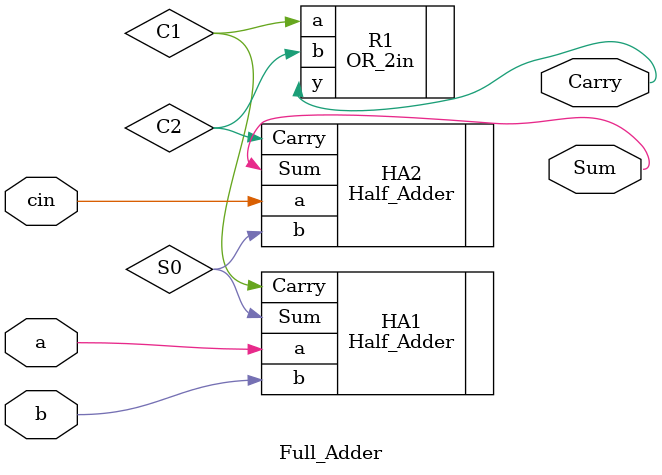
<source format=v>

module Full_Adder(a, b, cin, Sum, Carry);

input a, b, cin; // a and b are inputs with size 1-bit
output Sum, Carry; // Sum and Carry are outputs with size 1-bit

wire S0, C1;
wire C2;
// Call Half Adder

Half_Adder HA1 (.a(a), .b(b), .Sum(S0), .Carry(C1));

Half_Adder HA2 (.a(cin), .b(S0), .Sum(Sum), .Carry(C2));

OR_2in R1 (.a(C1),.b(C2), .y(Carry));

endmodule

</source>
